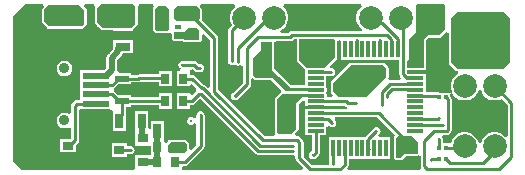
<source format=gtl>
G04*
G04 #@! TF.GenerationSoftware,Altium Limited,Altium Designer,22.7.1 (60)*
G04*
G04 Layer_Physical_Order=1*
G04 Layer_Color=255*
%FSLAX25Y25*%
%MOIN*%
G70*
G04*
G04 #@! TF.SameCoordinates,1362A066-ECE3-457F-9539-8A17BD865AD3*
G04*
G04*
G04 #@! TF.FilePolarity,Positive*
G04*
G01*
G75*
%ADD10C,0.00984*%
%ADD13R,0.05709X0.01181*%
%ADD14R,0.01181X0.05709*%
%ADD15R,0.04528X0.02362*%
%ADD16R,0.02756X0.03543*%
%ADD17R,0.01968X0.01575*%
%ADD18R,0.03543X0.02756*%
%ADD19R,0.02756X0.05118*%
%ADD20R,0.03800X0.03100*%
%ADD21R,0.04921X0.06299*%
%ADD22R,0.03100X0.03800*%
%ADD23R,0.01181X0.01181*%
%ADD24R,0.03543X0.06299*%
%ADD25R,0.09055X0.01968*%
%ADD26R,0.09843X0.07874*%
%ADD27R,0.03543X0.03150*%
%ADD28R,0.05118X0.02756*%
%ADD47C,0.01102*%
%ADD48C,0.01968*%
%ADD49C,0.00866*%
%ADD50C,0.07874*%
%ADD51C,0.03543*%
%ADD52C,0.00984*%
G36*
X64764Y55905D02*
Y52756D01*
X63976Y51968D01*
X57284D01*
X56102Y53150D01*
Y55905D01*
X57284Y57087D01*
X63583D01*
X64764Y55905D01*
D02*
G37*
G36*
X26378Y55709D02*
Y51181D01*
X25452Y50255D01*
X14529D01*
X12992Y51792D01*
Y55905D01*
X14567Y57480D01*
X24606D01*
X26378Y55709D01*
D02*
G37*
G36*
X43307Y56693D02*
X43307Y51083D01*
X41831Y49606D01*
X36713D01*
X36440Y49879D01*
X32405D01*
X30709Y51575D01*
Y56496D01*
X31819Y57607D01*
X42393D01*
X43307Y56693D01*
D02*
G37*
G36*
X54626Y55900D02*
Y49298D01*
X54147Y48819D01*
X50984D01*
Y48818D01*
X50395D01*
X49902Y49311D01*
Y56004D01*
X50984Y57087D01*
X53439D01*
X54626Y55900D01*
D02*
G37*
G36*
X49642Y56879D02*
X49334Y56572D01*
X49160Y56311D01*
X49099Y56004D01*
Y49311D01*
X49160Y49004D01*
X49334Y48743D01*
X49827Y48250D01*
X50087Y48076D01*
X50395Y48015D01*
X50984D01*
X50989Y48016D01*
X54147D01*
X54454Y48077D01*
X54647Y48206D01*
X54912Y48144D01*
X55435Y47858D01*
Y46308D01*
X55496Y46001D01*
X55670Y45741D01*
X55709Y45702D01*
Y45669D01*
X55741D01*
X55915Y45495D01*
X56176Y45321D01*
X56483Y45260D01*
X59345D01*
X59451Y45166D01*
X59566Y45099D01*
X59677Y45025D01*
X59701Y45020D01*
X59722Y45008D01*
X59854Y44989D01*
X59984Y44963D01*
X64467D01*
X64467Y44963D01*
X64774Y45025D01*
X65035Y45199D01*
X65035Y45199D01*
X65233Y45397D01*
X65407Y45657D01*
X65468Y45965D01*
Y47518D01*
X66196Y47819D01*
X68320Y45695D01*
Y30006D01*
X67593Y29705D01*
X66822Y30475D01*
X66399Y30758D01*
X66107Y30816D01*
X63127Y33797D01*
X62704Y34079D01*
X62205Y34179D01*
X61417D01*
Y35249D01*
X61417Y35433D01*
X61719Y35844D01*
X62574Y35890D01*
X63011Y35452D01*
X63454Y35156D01*
X63976Y35052D01*
X64961D01*
X65483Y35156D01*
X65926Y35452D01*
X66221Y35895D01*
X66325Y36417D01*
X66221Y36940D01*
X65926Y37382D01*
X65483Y37678D01*
X64961Y37782D01*
X64542D01*
X63957Y38367D01*
X63514Y38662D01*
X62992Y38766D01*
X59055D01*
X58533Y38662D01*
X58090Y38367D01*
X57794Y37924D01*
X57690Y37402D01*
X57794Y36879D01*
X58090Y36437D01*
X58413Y36220D01*
X58379Y35707D01*
X58282Y35433D01*
X57087D01*
Y30315D01*
X61417D01*
Y30703D01*
X62205Y31029D01*
X63628Y29606D01*
X63632Y28666D01*
X62205Y27239D01*
X61417Y27565D01*
Y27953D01*
X57087D01*
Y22835D01*
X61417D01*
Y24089D01*
X62205D01*
X62704Y24188D01*
X63127Y24471D01*
X64963Y26307D01*
X83412Y7857D01*
X83835Y7574D01*
X84335Y7475D01*
X95866D01*
X95879Y7478D01*
X96316Y7303D01*
X96574Y7042D01*
X96656Y6917D01*
X96667Y6893D01*
Y6299D01*
X96771Y5777D01*
X97066Y5334D01*
X99280Y3121D01*
X98979Y2393D01*
X59421D01*
X58960Y2434D01*
X58802Y3239D01*
X59218Y3655D01*
X59842D01*
X60365Y3759D01*
X60808Y4055D01*
X66024Y9271D01*
X66320Y9714D01*
X66424Y10236D01*
Y20669D01*
X66320Y21192D01*
X66024Y21634D01*
X65581Y21930D01*
X65059Y22034D01*
X64537Y21930D01*
X64094Y21634D01*
X63798Y21192D01*
X63694Y20669D01*
Y19853D01*
X63317Y19676D01*
X62907Y19611D01*
X62634Y19884D01*
X62164Y20079D01*
X61655D01*
X61185Y19884D01*
X60825Y19524D01*
X60630Y19054D01*
Y18545D01*
X60825Y18074D01*
X61185Y17715D01*
X61655Y17520D01*
X62164D01*
X62634Y17715D01*
X62907Y17987D01*
X63317Y17923D01*
X63694Y17746D01*
Y10802D01*
X62007Y9114D01*
X61236Y9457D01*
Y10925D01*
X61175Y11232D01*
X61001Y11493D01*
X60213Y12280D01*
X60213Y12280D01*
X59953Y12454D01*
X59646Y12515D01*
X55118D01*
X55041Y12500D01*
X54331D01*
Y12061D01*
X53665Y11394D01*
X52893Y11656D01*
X52756Y11759D01*
Y18701D01*
X48425D01*
Y16043D01*
X48425Y16043D01*
X47638Y16401D01*
Y22047D01*
X43307D01*
Y15354D01*
X43307D01*
Y15256D01*
X43307D01*
Y10531D01*
X48425Y10531D01*
X48425Y9744D01*
Y8169D01*
X48425Y7382D01*
X43307D01*
X43307Y2657D01*
X42629Y2393D01*
X5481D01*
X2393Y5481D01*
Y53574D01*
X6426Y57607D01*
X12529D01*
X12831Y56879D01*
X12424Y56473D01*
X12250Y56213D01*
X12189Y55905D01*
Y51792D01*
X12189Y51792D01*
X12250Y51485D01*
X12424Y51224D01*
X12425Y51224D01*
X13961Y49687D01*
X14222Y49513D01*
X14529Y49452D01*
X25452D01*
X25759Y49513D01*
X26020Y49687D01*
X26020Y49687D01*
X26946Y50613D01*
X27120Y50874D01*
X27181Y51181D01*
Y55709D01*
X27120Y56016D01*
X26946Y56276D01*
X26343Y56879D01*
X26644Y57607D01*
X29644D01*
X29978Y56819D01*
X29967Y56803D01*
X29906Y56496D01*
Y51575D01*
X29906Y51575D01*
X29967Y51268D01*
X30141Y51007D01*
X30141Y51007D01*
X30709Y50439D01*
Y50197D01*
X30951D01*
X31837Y49311D01*
X32097Y49137D01*
X32405Y49076D01*
X35925D01*
Y48819D01*
X36635D01*
X36713Y48803D01*
X41831D01*
X41831Y48803D01*
X41908Y48819D01*
X42618D01*
Y49258D01*
X43875Y50515D01*
X44049Y50775D01*
X44110Y51083D01*
X44110Y56693D01*
X44110Y56693D01*
X44085Y56819D01*
X44402Y57396D01*
X44590Y57607D01*
X49340D01*
X49642Y56879D01*
D02*
G37*
G36*
X118670Y57271D02*
X118760Y56819D01*
X117991Y56050D01*
X117369Y54973D01*
X117047Y53772D01*
Y52528D01*
X117369Y51326D01*
X117991Y50249D01*
X118785Y49455D01*
X118728Y49092D01*
X118510Y48668D01*
X95531D01*
X95009Y48564D01*
X94566Y48268D01*
X94356Y48058D01*
X91806D01*
X91639Y48845D01*
X92546Y49369D01*
X93426Y50249D01*
X94048Y51326D01*
X94370Y52528D01*
Y53772D01*
X94048Y54973D01*
X93426Y56050D01*
X92657Y56819D01*
X92747Y57271D01*
X92944Y57607D01*
X118473D01*
X118670Y57271D01*
D02*
G37*
G36*
X64665Y48857D02*
Y45965D01*
X64467Y45766D01*
X59984D01*
X59650Y46063D01*
X56483D01*
X56238Y46308D01*
Y48246D01*
X56417Y48425D01*
X59252D01*
Y48429D01*
X59650D01*
X60809Y49589D01*
X63934D01*
X64665Y48857D01*
D02*
G37*
G36*
X146653Y57087D02*
Y49213D01*
X144685Y47244D01*
X140748D01*
X139528Y46024D01*
Y36457D01*
X134042D01*
Y38686D01*
X134418Y39302D01*
Y45836D01*
X136811Y48228D01*
Y57087D01*
X137331Y57607D01*
X146133D01*
X146653Y57087D01*
D02*
G37*
G36*
X109803Y45709D02*
Y40000D01*
X106260Y36457D01*
X100551D01*
X97860Y39148D01*
Y45938D01*
X109573D01*
X109803Y45709D01*
D02*
G37*
G36*
X168307Y53150D02*
Y48228D01*
Y43150D01*
Y38228D01*
X166181Y36102D01*
X150748Y36102D01*
X148622Y38228D01*
Y43132D01*
D01*
X148622Y47087D01*
X148622Y53150D01*
X150591Y55118D01*
X166339D01*
X168307Y53150D01*
D02*
G37*
G36*
X111772Y45333D02*
Y39213D01*
X131312D01*
Y34294D01*
X131416Y33771D01*
X131712Y33329D01*
X131964Y33077D01*
X131663Y32349D01*
X128154D01*
X128089Y32336D01*
X127852Y32577D01*
X127638Y33049D01*
X127710Y33157D01*
X127771Y33465D01*
Y36417D01*
X127771Y36417D01*
X127710Y36724D01*
X127536Y36985D01*
X126552Y37969D01*
X126292Y38143D01*
X125984Y38204D01*
X115157D01*
X115157Y38204D01*
X114850Y38143D01*
X114590Y37969D01*
X108684Y32064D01*
X108510Y31803D01*
X108449Y31496D01*
Y28543D01*
X108449Y28543D01*
X108510Y28236D01*
X108684Y27976D01*
X109331Y27329D01*
X109030Y26601D01*
X107073D01*
X107063Y26614D01*
Y27795D01*
X107047Y27873D01*
Y28521D01*
X107063Y28598D01*
Y29764D01*
X107047Y29841D01*
Y33675D01*
X108563D01*
X109085Y33779D01*
X109528Y34074D01*
X109824Y34517D01*
X109928Y35039D01*
X109824Y35562D01*
X109528Y36004D01*
X109085Y36300D01*
X108563Y36404D01*
X108371D01*
X108070Y37132D01*
X110151Y39213D01*
X110591D01*
Y39922D01*
X110606Y40000D01*
Y45131D01*
X111393Y45568D01*
X111772Y45333D01*
D02*
G37*
G36*
X97057Y39148D02*
X97118Y38841D01*
X97292Y38581D01*
X99764Y36109D01*
Y35669D01*
Y30567D01*
X95234D01*
X91965Y33835D01*
X91871Y33898D01*
X91808Y33993D01*
X89710Y36090D01*
Y41954D01*
Y45054D01*
X90438Y45328D01*
X94921D01*
X95444Y45432D01*
X95886Y45728D01*
X96097Y45938D01*
X97057D01*
Y39148D01*
D02*
G37*
G36*
X88907Y41954D02*
Y35758D01*
X91240Y33425D01*
Y33268D01*
X91398D01*
X94901Y29764D01*
X106260D01*
Y28598D01*
X93548D01*
X88976Y33169D01*
X83527D01*
X82579Y34118D01*
Y39567D01*
X85107Y42096D01*
Y45054D01*
X88907D01*
Y41954D01*
D02*
G37*
G36*
X147780Y48201D02*
X147819Y48169D01*
Y47087D01*
X147819Y43132D01*
Y38228D01*
X147819Y38228D01*
X147880Y37921D01*
X148054Y37661D01*
X148054Y37661D01*
X150180Y35535D01*
X150441Y35361D01*
X150748Y35300D01*
X150828D01*
X151039Y34512D01*
X150249Y34056D01*
X149369Y33176D01*
X148747Y32099D01*
X148425Y30898D01*
Y29654D01*
X148725Y28534D01*
X148424Y28192D01*
X148126Y27953D01*
X145040D01*
X144863Y28130D01*
X144420Y28426D01*
X143898Y28530D01*
X140315D01*
Y29764D01*
Y34488D01*
X136766D01*
X136634Y34514D01*
X134387D01*
X134042Y34859D01*
Y35654D01*
X139528D01*
X139605Y35669D01*
X140315D01*
Y36379D01*
X140330Y36457D01*
Y45691D01*
X141081Y46441D01*
X144685D01*
X144992Y46502D01*
X145253Y46676D01*
X145253Y46676D01*
X147032Y48456D01*
X147780Y48201D01*
D02*
G37*
G36*
X126969Y36417D02*
Y33465D01*
X120079Y26575D01*
X113749D01*
X113617Y26601D01*
X111194D01*
X109252Y28543D01*
Y31496D01*
X115157Y37402D01*
X125984D01*
X126969Y36417D01*
D02*
G37*
G36*
X158747Y28452D02*
X159369Y27375D01*
X160249Y26495D01*
X161326Y25873D01*
X162528Y25551D01*
X163772D01*
X164973Y25873D01*
X165492Y26173D01*
X167456Y24209D01*
Y13764D01*
X166669Y13438D01*
X166051Y14056D01*
X164973Y14678D01*
X163772Y15000D01*
X162528D01*
X161326Y14678D01*
X160249Y14056D01*
X159369Y13176D01*
X158747Y12099D01*
X158557Y11390D01*
X157742D01*
X157552Y12099D01*
X156930Y13176D01*
X156051Y14056D01*
X154973Y14678D01*
X153772Y15000D01*
X152528D01*
X151326Y14678D01*
X150249Y14056D01*
X149369Y13176D01*
X148747Y12099D01*
X148673Y11824D01*
X148228Y11220D01*
X145853D01*
Y12598D01*
X145749Y13121D01*
X145614Y13323D01*
X145930Y14074D01*
X145963Y14110D01*
X147078D01*
X147554Y14205D01*
X147958Y14474D01*
X148419Y14936D01*
X148689Y15339D01*
X148784Y15816D01*
Y25886D01*
X148689Y26362D01*
X148419Y26766D01*
X148228Y26957D01*
Y27776D01*
X148966Y28073D01*
X149369Y27375D01*
X150249Y26495D01*
X151326Y25873D01*
X152528Y25551D01*
X153772D01*
X154973Y25873D01*
X156051Y26495D01*
X156930Y27375D01*
X157552Y28452D01*
X157742Y29161D01*
X158557D01*
X158747Y28452D01*
D02*
G37*
G36*
X99764Y25218D02*
Y23858D01*
X107047D01*
Y23871D01*
X113052D01*
X113149Y23774D01*
X113592Y23478D01*
X113924Y23412D01*
X113846Y22625D01*
X107047D01*
Y22677D01*
X99764D01*
Y17953D01*
Y14016D01*
X102080D01*
Y8735D01*
X101594Y8248D01*
X101298Y7806D01*
X101194Y7283D01*
X101298Y6761D01*
X101594Y6318D01*
X102037Y6023D01*
X102559Y5919D01*
X103081Y6023D01*
X103524Y6318D01*
X104410Y7204D01*
X104706Y7647D01*
X104810Y8169D01*
Y14016D01*
X107047D01*
Y16878D01*
X107835Y17204D01*
X107991Y17047D01*
X108434Y16752D01*
X108956Y16648D01*
X109478Y16752D01*
X109921Y17047D01*
X110217Y17490D01*
X110321Y18012D01*
X110217Y18535D01*
X109921Y18978D01*
X109731Y19168D01*
X110032Y19895D01*
X123845D01*
X129865Y13875D01*
X129708Y13717D01*
X129534Y13457D01*
X129488Y13228D01*
X129488D01*
Y13227D01*
X129473Y13150D01*
Y6732D01*
X129473Y6732D01*
X129488Y6655D01*
Y5945D01*
X129928D01*
X130073Y5800D01*
X130333Y5626D01*
X130640Y5565D01*
X131603Y5565D01*
X131910Y5626D01*
X132171Y5800D01*
X132457Y6086D01*
X133411Y7040D01*
X137075D01*
X137382Y7101D01*
X137643Y7275D01*
X137643Y7275D01*
X138421Y6940D01*
Y3642D01*
X138516Y3165D01*
X138085Y2393D01*
X114309D01*
X114007Y3121D01*
X114075Y3189D01*
X114371Y3631D01*
X114475Y4154D01*
Y5945D01*
X128307D01*
Y13228D01*
X124553D01*
X124252Y13956D01*
X124686Y14389D01*
X124981Y14832D01*
X125085Y15354D01*
X124981Y15877D01*
X124686Y16319D01*
X124243Y16615D01*
X123721Y16719D01*
X123198Y16615D01*
X122755Y16319D01*
X120059Y13623D01*
X119795Y13228D01*
X107835D01*
Y5945D01*
X107887D01*
Y4429D01*
X107553Y4022D01*
X102239D01*
X99396Y6865D01*
Y11657D01*
X99292Y12180D01*
X98997Y12622D01*
X98351Y13268D01*
X97908Y13564D01*
X97386Y13668D01*
X96729D01*
X96403Y14455D01*
X97517Y15568D01*
X97690Y15829D01*
X97752Y16136D01*
Y19488D01*
Y24319D01*
X98976Y25544D01*
X99764Y25218D01*
D02*
G37*
G36*
X106260Y26614D02*
X98911D01*
X96949Y24652D01*
Y19488D01*
Y16136D01*
X95208Y14395D01*
X91215Y14395D01*
X90551Y15059D01*
Y25886D01*
X92461Y27795D01*
X106260D01*
Y26614D01*
D02*
G37*
G36*
X76544Y57271D02*
X76634Y56819D01*
X75865Y56050D01*
X75243Y54973D01*
X74921Y53772D01*
Y52528D01*
X75243Y51326D01*
X75550Y50795D01*
X74625Y49870D01*
X74330Y49427D01*
X74226Y48905D01*
Y38583D01*
X74330Y38060D01*
X74625Y37618D01*
X75068Y37322D01*
X75590Y37218D01*
X76113Y37322D01*
X76692Y37519D01*
X77135Y37223D01*
X77658Y37119D01*
X78180Y37223D01*
X78360Y37343D01*
X79147Y36995D01*
Y31471D01*
X75885Y28209D01*
X75487Y27943D01*
X75191Y27500D01*
X75087Y26978D01*
X75191Y26456D01*
X75487Y26013D01*
X75930Y25717D01*
X76452Y25613D01*
X76584D01*
X77106Y25717D01*
X77549Y26013D01*
X81477Y29940D01*
X81773Y30383D01*
X81877Y30906D01*
Y32571D01*
X82664Y32897D01*
X82959Y32602D01*
X82959Y32602D01*
X83220Y32428D01*
X83527Y32366D01*
X88644D01*
X91802Y29209D01*
X91893Y28363D01*
X89983Y26454D01*
X89810Y26193D01*
X89748Y25886D01*
Y15059D01*
X89810Y14752D01*
X89983Y14491D01*
X89983Y14491D01*
X90020Y14455D01*
X89693Y13668D01*
X86428D01*
X71050Y29046D01*
Y46260D01*
X70946Y46782D01*
X70650Y47225D01*
X65474Y52401D01*
X65505Y52449D01*
X65567Y52756D01*
Y55905D01*
X65567Y55905D01*
X65505Y56213D01*
X65332Y56473D01*
X65331Y56473D01*
X64925Y56879D01*
X65227Y57607D01*
X76347D01*
X76544Y57271D01*
D02*
G37*
G36*
X60433Y10925D02*
Y9154D01*
X59449Y8169D01*
X54874D01*
X54232Y8811D01*
Y10827D01*
X55118Y11713D01*
X59646D01*
X60433Y10925D01*
D02*
G37*
G36*
X137402Y11718D02*
Y8169D01*
X137075Y7842D01*
X133078D01*
X131890Y6654D01*
X131603Y6368D01*
X130640Y6368D01*
X130276Y6732D01*
Y13150D01*
X130905Y13780D01*
X135341D01*
X137402Y11718D01*
D02*
G37*
%LPC*%
G36*
X20022Y38780D02*
X19348D01*
X18697Y38605D01*
X18114Y38268D01*
X17637Y37792D01*
X17300Y37208D01*
X17126Y36557D01*
Y35884D01*
X17300Y35233D01*
X17637Y34649D01*
X18114Y34173D01*
X18697Y33836D01*
X19348Y33661D01*
X20022D01*
X20673Y33836D01*
X21256Y34173D01*
X21733Y34649D01*
X22070Y35233D01*
X22244Y35884D01*
Y36557D01*
X22070Y37208D01*
X21733Y37792D01*
X21256Y38268D01*
X20673Y38605D01*
X20022Y38780D01*
D02*
G37*
G36*
X42618Y45669D02*
X35925D01*
Y43285D01*
X35890Y43110D01*
Y42756D01*
X34162Y41027D01*
X33770Y40441D01*
X33632Y39750D01*
Y36384D01*
X32913Y35665D01*
X30118D01*
X29944Y35630D01*
X24803D01*
Y32087D01*
Y28937D01*
Y25774D01*
X23874D01*
X23352Y25670D01*
X22909Y25374D01*
X22263Y24729D01*
X21967Y24286D01*
X21864Y23764D01*
Y21452D01*
X21637Y21263D01*
X21076Y21049D01*
X20673Y21282D01*
X20022Y21457D01*
X19348D01*
X18697Y21282D01*
X18114Y20945D01*
X17637Y20469D01*
X17300Y19885D01*
X17126Y19234D01*
Y18561D01*
X17300Y17910D01*
X17637Y17326D01*
X18114Y16850D01*
X18697Y16513D01*
X19348Y16339D01*
X20022D01*
X20673Y16513D01*
X21076Y16746D01*
X21637Y16532D01*
X21864Y16343D01*
Y12967D01*
X21495Y12598D01*
X18307D01*
Y8268D01*
X23425D01*
Y10668D01*
X24193Y11436D01*
X24489Y11879D01*
X24593Y12402D01*
Y21937D01*
X24803Y22638D01*
X34741D01*
X34769Y22638D01*
X34967Y22606D01*
X35378Y22458D01*
X35630Y22286D01*
X35727Y22061D01*
X35825Y21628D01*
X35827Y21399D01*
X35827Y15354D01*
X40157D01*
Y20642D01*
X40183Y20768D01*
Y23425D01*
X41929D01*
Y24089D01*
X44198D01*
X44396Y24050D01*
X51181D01*
Y22835D01*
X55512D01*
Y27953D01*
X51181D01*
Y26659D01*
X44555D01*
X44357Y26698D01*
X41929D01*
Y27362D01*
X37672D01*
X36552Y28482D01*
X36203Y28715D01*
X36164Y29134D01*
X36203Y29553D01*
X36552Y29786D01*
X37672Y30906D01*
X41929D01*
Y31569D01*
X44357D01*
X44555Y31609D01*
X51181D01*
Y30315D01*
X55512D01*
Y35433D01*
X51181D01*
Y34218D01*
X44396D01*
X44198Y34179D01*
X41929D01*
Y34843D01*
X37890D01*
X37244Y35630D01*
X37245Y35636D01*
Y39002D01*
X38974Y40731D01*
X39366Y41317D01*
X39370Y41339D01*
X42618D01*
Y45669D01*
D02*
G37*
G36*
X40551Y11319D02*
X35433D01*
Y6594D01*
X40551D01*
Y7592D01*
X41732D01*
X42255Y7696D01*
X42697Y7992D01*
X42993Y8434D01*
X43097Y8957D01*
X42993Y9479D01*
X42697Y9922D01*
X42255Y10218D01*
X41732Y10322D01*
X40551D01*
Y11319D01*
D02*
G37*
%LPD*%
D10*
X65526Y29553D02*
X65900D01*
X85020Y10433D01*
X84335Y8779D02*
X95866D01*
X59252Y32874D02*
X62205D01*
X65370Y27744D02*
X84335Y8779D01*
X62205Y32874D02*
X65526Y29553D01*
X85020Y10433D02*
X95866D01*
X62205Y25394D02*
X64555Y27744D01*
X65370D01*
X59252Y25394D02*
X62205D01*
X38878Y25394D02*
X44357D01*
X37795D02*
X38878D01*
X37992Y19882D02*
X38878Y20768D01*
Y25394D01*
X37992Y18701D02*
Y19882D01*
X134409Y29173D02*
X136673D01*
X128839Y29331D02*
X134252D01*
X134409Y29173D01*
X127362Y27854D02*
X128839Y29331D01*
X127362Y26555D02*
Y27854D01*
X53307Y32913D02*
X53347Y32874D01*
X44396Y32913D02*
X53307D01*
X44357Y32874D02*
X44396Y32913D01*
X37795Y32874D02*
X44357D01*
X35630Y30709D02*
X37795Y32874D01*
X30118Y30709D02*
X35630D01*
X30118Y27559D02*
X35630D01*
X37795Y25394D01*
X44357D02*
X44396Y25354D01*
X53307D01*
X53347Y25394D01*
D13*
X103405Y37047D02*
D03*
Y35079D02*
D03*
Y33110D02*
D03*
Y31142D02*
D03*
Y29173D02*
D03*
Y27205D02*
D03*
Y25236D02*
D03*
Y23268D02*
D03*
Y21299D02*
D03*
Y19331D02*
D03*
Y17362D02*
D03*
Y15394D02*
D03*
X136673D02*
D03*
Y17362D02*
D03*
Y19331D02*
D03*
Y21299D02*
D03*
Y23268D02*
D03*
Y25236D02*
D03*
Y27205D02*
D03*
Y29173D02*
D03*
Y31142D02*
D03*
Y33110D02*
D03*
Y35079D02*
D03*
Y37047D02*
D03*
D14*
X109213Y9587D02*
D03*
X111181D02*
D03*
X113150D02*
D03*
X115118D02*
D03*
X117087D02*
D03*
X119055D02*
D03*
X121024D02*
D03*
X122992D02*
D03*
X124961D02*
D03*
X126929D02*
D03*
X128898D02*
D03*
X130866D02*
D03*
Y42854D02*
D03*
X128898D02*
D03*
X126929D02*
D03*
X124961D02*
D03*
X122992D02*
D03*
X121024D02*
D03*
X119055D02*
D03*
X117087D02*
D03*
X115118D02*
D03*
X113150D02*
D03*
X111181D02*
D03*
X109213D02*
D03*
D15*
X38878Y32874D02*
D03*
Y25394D02*
D03*
X47736Y29134D02*
D03*
D16*
X50591Y5020D02*
D03*
X56496D02*
D03*
X52165Y54528D02*
D03*
X58071D02*
D03*
X56496Y9941D02*
D03*
X50591D02*
D03*
X59252Y32874D02*
D03*
X53347D02*
D03*
X59252Y25394D02*
D03*
X53347D02*
D03*
D17*
X57480Y50000D02*
D03*
X52756D02*
D03*
Y47244D02*
D03*
X57480D02*
D03*
D18*
X62008Y53543D02*
D03*
Y47638D02*
D03*
X20866Y4528D02*
D03*
Y10433D02*
D03*
D19*
X10236Y53150D02*
D03*
X17717D02*
D03*
X45472Y18701D02*
D03*
X37992D02*
D03*
X50591Y15354D02*
D03*
X58071D02*
D03*
D20*
X87007Y15945D02*
D03*
X93308D02*
D03*
Y43504D02*
D03*
X87007D02*
D03*
X142619Y40945D02*
D03*
X136319D02*
D03*
D21*
X85827Y22638D02*
D03*
X94488D02*
D03*
X85827Y37205D02*
D03*
X94488D02*
D03*
D22*
X99410Y50394D02*
D03*
Y44094D02*
D03*
X104331Y50394D02*
D03*
Y44094D02*
D03*
X134843Y4528D02*
D03*
Y10828D02*
D03*
D23*
X146850Y26575D02*
D03*
X144488D02*
D03*
X146850Y9843D02*
D03*
X144488D02*
D03*
X146850Y5906D02*
D03*
X144488D02*
D03*
D24*
X21850Y54134D02*
D03*
X33268D02*
D03*
D25*
X30118Y33858D02*
D03*
Y30709D02*
D03*
Y27559D02*
D03*
Y24409D02*
D03*
Y21260D02*
D03*
D26*
X8071Y45079D02*
D03*
Y10039D02*
D03*
X29724Y45079D02*
D03*
Y10039D02*
D03*
D27*
X45866Y5020D02*
D03*
Y12894D02*
D03*
X37992Y8957D02*
D03*
D28*
X39272Y50984D02*
D03*
Y43504D02*
D03*
D47*
X65059Y10236D02*
Y20669D01*
X113617Y25236D02*
X114114Y24739D01*
X103484Y25236D02*
X113617D01*
X114114Y24739D02*
X116865D01*
X63976Y36417D02*
X64961D01*
X62992Y37402D02*
X63976Y36417D01*
X59055Y37402D02*
X62992D01*
Y52953D02*
Y53937D01*
X37992Y8957D02*
X41732D01*
X37992Y8957D02*
X37992Y8957D01*
X56496Y5020D02*
X59842D01*
X65059Y10236D01*
X121024Y9587D02*
X121063Y9547D01*
X121024Y12657D02*
X123721Y15354D01*
X121024Y9587D02*
Y12657D01*
X111614Y2657D02*
X113110Y4154D01*
Y9547D01*
X101673Y2657D02*
X111614D01*
X98032Y6299D02*
X101673Y2657D01*
X98032Y6299D02*
Y11657D01*
X97386Y12303D02*
X98032Y11657D01*
X85863Y12303D02*
X97386D01*
X69685Y28481D02*
X85863Y12303D01*
X69685Y28481D02*
Y46260D01*
X62992Y52953D02*
X69685Y46260D01*
X113110Y9547D02*
X113150Y9587D01*
X109252Y4429D02*
Y9547D01*
X134409Y31142D02*
X136673D01*
X134252Y30984D02*
X134409Y31142D01*
X128154Y30984D02*
X134252D01*
X125492Y28323D02*
X128154Y30984D01*
X125492Y23917D02*
Y28323D01*
X102559Y7283D02*
X103445Y8169D01*
X133844Y12176D02*
X134843Y11178D01*
X133494Y12176D02*
X133844D01*
X124410Y21260D02*
X133494Y12176D01*
X108563Y21260D02*
X124410D01*
X107677Y19291D02*
X108956Y18012D01*
X103445Y21260D02*
X108563D01*
X103445Y8169D02*
Y15354D01*
X76452Y26978D02*
X76584D01*
X80512Y30906D01*
X75590Y38583D02*
Y48905D01*
X79646Y52960D01*
X77658Y43144D02*
X85804Y51290D01*
X77658Y38484D02*
Y43144D01*
X80512Y43110D02*
X84095Y46693D01*
X80512Y30906D02*
Y43110D01*
X85954Y51290D02*
X87813Y53150D01*
X89646D01*
X85804Y51290D02*
X85954D01*
X79646Y52960D02*
Y53150D01*
X84095Y46693D02*
X94921D01*
X95531Y47303D02*
X127261D01*
X94921Y46693D02*
X95531Y47303D01*
X103445Y19291D02*
X107677D01*
X134843Y10828D02*
Y11178D01*
X127261Y47303D02*
X128464Y46100D01*
X124942Y42873D02*
X124961Y42854D01*
X124942Y42873D02*
Y45709D01*
X117087Y42854D02*
Y45709D01*
X128858Y42894D02*
Y45158D01*
X128465Y45551D02*
X128858Y45158D01*
Y42894D02*
X128898Y42854D01*
X128464Y45803D02*
Y46100D01*
Y45803D02*
X128465Y45803D01*
Y45551D02*
Y45803D01*
X159095Y4606D02*
X163779Y9291D01*
X148150Y4606D02*
X159095D01*
X146850Y5906D02*
X148150Y4606D01*
X141732Y5709D02*
X141929Y5906D01*
X144488D01*
X144134Y19331D02*
X144468Y19665D01*
X145807Y17362D02*
X145965Y17520D01*
X136752Y17362D02*
X145807D01*
X144488Y9849D02*
X144488Y9849D01*
Y12598D01*
X146890Y9803D02*
X153268D01*
X146850Y9843D02*
X146890Y9803D01*
X153268D02*
X153779Y9291D01*
X132677Y34294D02*
X133821Y33150D01*
X136634D01*
X132677Y34294D02*
Y52441D01*
X131968Y53150D02*
X132677Y52441D01*
X136634Y33150D02*
X136713Y33071D01*
X125548Y51224D02*
X130827Y45945D01*
X125530Y51224D02*
X125548D01*
X121772Y53150D02*
X123604D01*
X125530Y51224D01*
X130827Y42894D02*
Y45945D01*
Y42894D02*
X130866Y42854D01*
X23874Y24409D02*
X30118D01*
X21260Y10433D02*
X23228Y12402D01*
Y23764D02*
X23874Y24409D01*
X23228Y12402D02*
Y23764D01*
X20866Y10433D02*
X21260D01*
X136673Y19331D02*
X144134D01*
X103445Y35039D02*
X108563D01*
X143898Y27165D02*
X144488Y26575D01*
X136713Y27165D02*
X143898D01*
D48*
X45669Y13091D02*
X45866Y12894D01*
X45669Y13091D02*
Y18504D01*
X45472Y18701D02*
X45669Y18504D01*
X50591Y9941D02*
Y15354D01*
Y5020D02*
Y9941D01*
X45866Y5020D02*
X50591D01*
X35439Y39750D02*
X37697Y42008D01*
Y43110D01*
X38091Y43504D02*
X39272D01*
X37697Y43110D02*
X38091Y43504D01*
X35439Y35636D02*
Y39750D01*
X33661Y33858D02*
X35439Y35636D01*
X30118Y33858D02*
X33661D01*
D49*
X164647Y2756D02*
X168701Y6810D01*
X140551Y2756D02*
X164647D01*
X139665Y3642D02*
X140551Y2756D01*
X139665Y3642D02*
Y12106D01*
X142913Y15354D01*
X147078D01*
X147539Y15816D02*
Y25886D01*
X147078Y15354D02*
X147539Y15816D01*
X146850Y26575D02*
X147539Y25886D01*
X163150Y30276D02*
X168701Y24724D01*
Y6810D02*
Y24724D01*
D50*
X79646Y53150D02*
D03*
X89646D02*
D03*
X111772D02*
D03*
X121772D02*
D03*
X131772D02*
D03*
X141772D02*
D03*
X163150Y10276D02*
D03*
Y20276D02*
D03*
Y30276D02*
D03*
Y40276D02*
D03*
Y50276D02*
D03*
X153150Y10276D02*
D03*
Y20276D02*
D03*
Y30276D02*
D03*
Y40276D02*
D03*
Y50276D02*
D03*
D51*
X19685Y36220D02*
D03*
Y18898D02*
D03*
D52*
X65059Y20669D02*
D03*
X146653Y34449D02*
D03*
X143701D02*
D03*
X117126Y4921D02*
D03*
X53150Y21654D02*
D03*
X62008D02*
D03*
X91535Y36417D02*
D03*
X94488D02*
D03*
X91535Y39370D02*
D03*
X86614Y17717D02*
D03*
Y20669D02*
D03*
Y23622D02*
D03*
Y26575D02*
D03*
X71850Y5906D02*
D03*
X83661D02*
D03*
X73819Y8858D02*
D03*
X77756D02*
D03*
X98425Y55118D02*
D03*
X102362Y51181D02*
D03*
X98425D02*
D03*
X106299D02*
D03*
X59055Y21654D02*
D03*
X94488Y39370D02*
D03*
X146653Y31496D02*
D03*
X86614Y29528D02*
D03*
X56102Y21654D02*
D03*
X143701Y31496D02*
D03*
X111221Y40354D02*
D03*
X112205Y18701D02*
D03*
X123031Y4921D02*
D03*
X120079D02*
D03*
X128937Y3937D02*
D03*
X102362Y55118D02*
D03*
X106299D02*
D03*
X98425Y17717D02*
D03*
X100394Y12795D02*
D03*
X98425Y14764D02*
D03*
X48228Y53150D02*
D03*
Y50197D02*
D03*
X45276D02*
D03*
Y53150D02*
D03*
Y56102D02*
D03*
X48228D02*
D03*
X79724Y5906D02*
D03*
X77756Y11811D02*
D03*
X75787Y5906D02*
D03*
X116865Y24739D02*
D03*
X56496Y9941D02*
D03*
X41732Y8957D02*
D03*
X123721Y15354D02*
D03*
X95866Y10433D02*
D03*
Y8779D02*
D03*
X109252Y4429D02*
D03*
X102559Y7283D02*
D03*
X125492Y23917D02*
D03*
X127362Y26555D02*
D03*
X108956Y18012D02*
D03*
X61910Y18799D02*
D03*
X59055Y37402D02*
D03*
X62992D02*
D03*
X76452Y26978D02*
D03*
X75590Y38583D02*
D03*
X77658Y38484D02*
D03*
X64961Y36417D02*
D03*
X105315Y43307D02*
D03*
X103347Y41339D02*
D03*
X101378Y43307D02*
D03*
X110335Y28909D02*
D03*
Y31046D02*
D03*
X125984Y33465D02*
D03*
Y35433D02*
D03*
X134884Y37120D02*
D03*
X57480Y50000D02*
D03*
X108563Y21260D02*
D03*
X124942Y45709D02*
D03*
X117087D02*
D03*
X34449Y53150D02*
D03*
X40351Y52162D02*
D03*
X63386Y55512D02*
D03*
X62992Y53937D02*
D03*
X141732Y5709D02*
D03*
X144468Y19665D02*
D03*
X145965Y17520D02*
D03*
X144488Y12598D02*
D03*
X108563Y35039D02*
D03*
M02*

</source>
